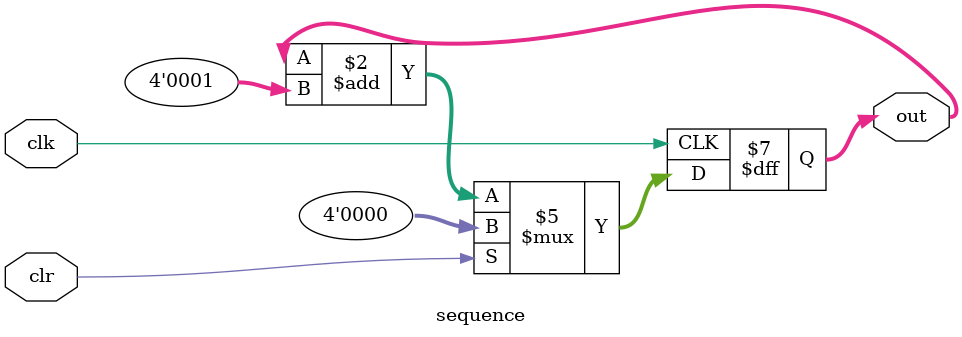
<source format=v>
module sequence #(parameter WIDTH = 4) (
	clk,
	out,
	clr,
);
	input clk;
	output reg [WIDTH-1:0] out;
	input clr;

	initial
	begin
		out = {WIDTH{1'b0}};
	end

	always @(posedge clk)
	begin
		if (clr)
			out <= {WIDTH{1'b0}};
		else
			out <= out + {{WIDTH-1{1'b0}}, 1'b1};
	end
endmodule
</source>
